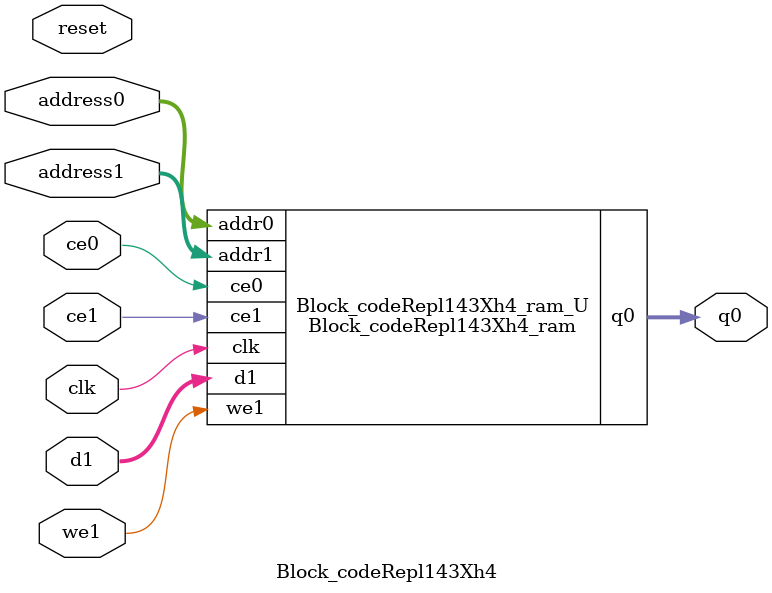
<source format=v>
`timescale 1 ns / 1 ps
module Block_codeRepl143Xh4_ram (addr0, ce0, q0, addr1, ce1, d1, we1,  clk);

parameter DWIDTH = 4;
parameter AWIDTH = 11;
parameter MEM_SIZE = 1408;

input[AWIDTH-1:0] addr0;
input ce0;
output reg[DWIDTH-1:0] q0;
input[AWIDTH-1:0] addr1;
input ce1;
input[DWIDTH-1:0] d1;
input we1;
input clk;

(* ram_style = "block" *)reg [DWIDTH-1:0] ram[0:MEM_SIZE-1];




always @(posedge clk)  
begin 
    if (ce0) begin
        q0 <= ram[addr0];
    end
end


always @(posedge clk)  
begin 
    if (ce1) begin
        if (we1) 
            ram[addr1] <= d1; 
    end
end


endmodule

`timescale 1 ns / 1 ps
module Block_codeRepl143Xh4(
    reset,
    clk,
    address0,
    ce0,
    q0,
    address1,
    ce1,
    we1,
    d1);

parameter DataWidth = 32'd4;
parameter AddressRange = 32'd1408;
parameter AddressWidth = 32'd11;
input reset;
input clk;
input[AddressWidth - 1:0] address0;
input ce0;
output[DataWidth - 1:0] q0;
input[AddressWidth - 1:0] address1;
input ce1;
input we1;
input[DataWidth - 1:0] d1;



Block_codeRepl143Xh4_ram Block_codeRepl143Xh4_ram_U(
    .clk( clk ),
    .addr0( address0 ),
    .ce0( ce0 ),
    .q0( q0 ),
    .addr1( address1 ),
    .ce1( ce1 ),
    .we1( we1 ),
    .d1( d1 ));

endmodule


</source>
